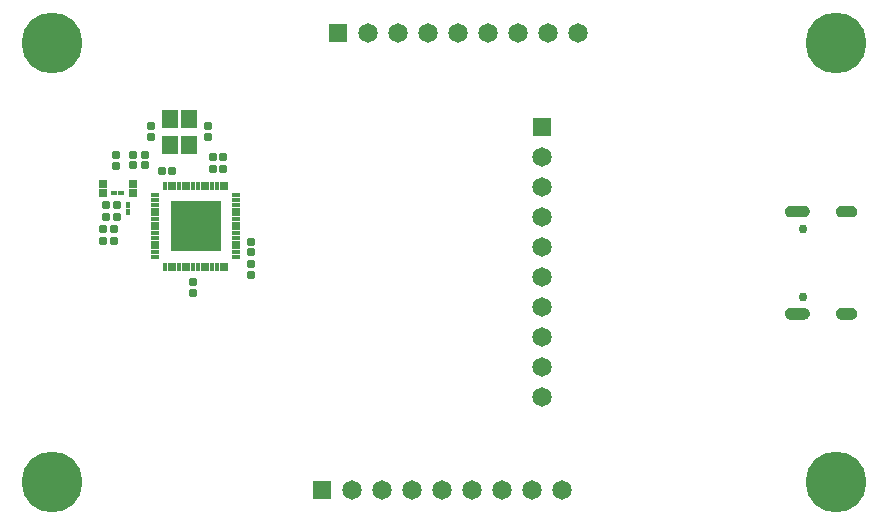
<source format=gts>
G04*
G04 #@! TF.GenerationSoftware,Altium Limited,Altium Designer,23.1.1 (15)*
G04*
G04 Layer_Color=8388736*
%FSLAX25Y25*%
%MOIN*%
G70*
G04*
G04 #@! TF.SameCoordinates,379D8D2B-01B5-4923-9211-1CC0BA53C839*
G04*
G04*
G04 #@! TF.FilePolarity,Negative*
G04*
G01*
G75*
%ADD24R,0.05315X0.06102*%
G04:AMPARAMS|DCode=25|XSize=27.56mil|YSize=25.59mil|CornerRadius=5.41mil|HoleSize=0mil|Usage=FLASHONLY|Rotation=270.000|XOffset=0mil|YOffset=0mil|HoleType=Round|Shape=RoundedRectangle|*
%AMROUNDEDRECTD25*
21,1,0.02756,0.01476,0,0,270.0*
21,1,0.01673,0.02559,0,0,270.0*
1,1,0.01083,-0.00738,-0.00837*
1,1,0.01083,-0.00738,0.00837*
1,1,0.01083,0.00738,0.00837*
1,1,0.01083,0.00738,-0.00837*
%
%ADD25ROUNDEDRECTD25*%
G04:AMPARAMS|DCode=26|XSize=27.56mil|YSize=25.59mil|CornerRadius=5.41mil|HoleSize=0mil|Usage=FLASHONLY|Rotation=0.000|XOffset=0mil|YOffset=0mil|HoleType=Round|Shape=RoundedRectangle|*
%AMROUNDEDRECTD26*
21,1,0.02756,0.01476,0,0,0.0*
21,1,0.01673,0.02559,0,0,0.0*
1,1,0.01083,0.00837,-0.00738*
1,1,0.01083,-0.00837,-0.00738*
1,1,0.01083,-0.00837,0.00738*
1,1,0.01083,0.00837,0.00738*
%
%ADD26ROUNDEDRECTD26*%
%ADD27R,0.01260X0.02953*%
%ADD28R,0.02953X0.01260*%
%ADD29R,0.16732X0.16732*%
%ADD30R,0.02717X0.02874*%
%ADD31R,0.01968X0.01575*%
%ADD32R,0.01575X0.01968*%
%ADD33C,0.02953*%
%ADD34R,0.06496X0.06496*%
%ADD35C,0.06496*%
%ADD36R,0.06496X0.06496*%
%ADD37C,0.20276*%
G36*
X527953Y262724D02*
X527961Y262622D01*
X527972Y262520D01*
X527992Y262417D01*
X528016Y262319D01*
X528043Y262216D01*
X528079Y262122D01*
X528118Y262028D01*
X528161Y261933D01*
X528213Y261842D01*
X528268Y261756D01*
X528323Y261669D01*
X528386Y261587D01*
X528453Y261508D01*
X528524Y261433D01*
X528598Y261362D01*
X528677Y261295D01*
X528760Y261232D01*
X528847Y261177D01*
X528933Y261122D01*
X529024Y261071D01*
X529118Y261028D01*
X529213Y260988D01*
X529307Y260953D01*
X529410Y260925D01*
X529508Y260902D01*
X529610Y260882D01*
X529713Y260870D01*
X529815Y260862D01*
X529917Y260858D01*
X534248D01*
X534350Y260862D01*
X534453Y260870D01*
X534555Y260882D01*
X534657Y260902D01*
X534756Y260925D01*
X534858Y260953D01*
X534953Y260988D01*
X535047Y261028D01*
X535142Y261071D01*
X535232Y261122D01*
X535319Y261177D01*
X535405Y261232D01*
X535488Y261295D01*
X535567Y261362D01*
X535642Y261433D01*
X535713Y261508D01*
X535779Y261587D01*
X535843Y261669D01*
X535898Y261756D01*
X535953Y261842D01*
X536004Y261933D01*
X536047Y262028D01*
X536087Y262122D01*
X536122Y262216D01*
X536150Y262319D01*
X536173Y262417D01*
X536193Y262520D01*
X536205Y262622D01*
X536213Y262724D01*
X536216Y262827D01*
X536213Y262945D01*
X536201Y263051D01*
X536185Y263154D01*
X536165Y263256D01*
X536138Y263354D01*
X536110Y263453D01*
X536071Y263551D01*
X536031Y263646D01*
X535984Y263740D01*
X535933Y263831D01*
X535878Y263917D01*
X535815Y264004D01*
X535752Y264087D01*
X535681Y264161D01*
X535610Y264236D01*
X535532Y264307D01*
X535453Y264374D01*
X535370Y264437D01*
X535284Y264492D01*
X535193Y264547D01*
X535098Y264595D01*
X535004Y264638D01*
X534909Y264677D01*
X534811Y264709D01*
X534709Y264736D01*
X534606Y264760D01*
X534504Y264776D01*
X534402Y264787D01*
X534299Y264795D01*
X534209D01*
X529878D01*
X529760Y264791D01*
X529661Y264779D01*
X529559Y264768D01*
X529461Y264744D01*
X529362Y264721D01*
X529264Y264689D01*
X529169Y264653D01*
X529075Y264614D01*
X528984Y264567D01*
X528894Y264516D01*
X528807Y264461D01*
X528724Y264402D01*
X528646Y264339D01*
X528567Y264272D01*
X528496Y264201D01*
X528425Y264126D01*
X528362Y264047D01*
X528299Y263965D01*
X528244Y263878D01*
X528193Y263791D01*
X528146Y263701D01*
X528102Y263606D01*
X528067Y263512D01*
X528035Y263417D01*
X528008Y263319D01*
X527984Y263216D01*
X527969Y263118D01*
X527957Y263016D01*
X527949Y262913D01*
Y262827D01*
X527953Y262724D01*
D02*
G37*
G36*
X544961D02*
X544969Y262622D01*
X544980Y262520D01*
X545000Y262417D01*
X545024Y262319D01*
X545051Y262216D01*
X545087Y262122D01*
X545126Y262028D01*
X545169Y261933D01*
X545221Y261842D01*
X545276Y261756D01*
X545331Y261669D01*
X545394Y261587D01*
X545461Y261508D01*
X545532Y261433D01*
X545606Y261362D01*
X545685Y261295D01*
X545768Y261232D01*
X545854Y261177D01*
X545941Y261122D01*
X546032Y261071D01*
X546126Y261028D01*
X546220Y260988D01*
X546315Y260953D01*
X546417Y260925D01*
X546516Y260902D01*
X546618Y260882D01*
X546721Y260870D01*
X546823Y260862D01*
X546925Y260858D01*
X550075D01*
X550177Y260862D01*
X550280Y260870D01*
X550382Y260882D01*
X550484Y260902D01*
X550583Y260925D01*
X550685Y260953D01*
X550779Y260988D01*
X550874Y261028D01*
X550969Y261071D01*
X551059Y261122D01*
X551146Y261177D01*
X551232Y261232D01*
X551315Y261295D01*
X551394Y261362D01*
X551469Y261433D01*
X551539Y261508D01*
X551606Y261587D01*
X551669Y261669D01*
X551724Y261756D01*
X551780Y261842D01*
X551831Y261933D01*
X551874Y262028D01*
X551913Y262122D01*
X551949Y262216D01*
X551976Y262319D01*
X552000Y262417D01*
X552020Y262520D01*
X552032Y262622D01*
X552039Y262724D01*
X552043Y262827D01*
X552039Y262929D01*
X552032Y263032D01*
X552020Y263134D01*
X552000Y263236D01*
X551976Y263335D01*
X551949Y263437D01*
X551913Y263531D01*
X551874Y263626D01*
X551831Y263720D01*
X551780Y263811D01*
X551724Y263898D01*
X551669Y263984D01*
X551606Y264067D01*
X551539Y264146D01*
X551469Y264220D01*
X551394Y264291D01*
X551315Y264358D01*
X551232Y264421D01*
X551146Y264476D01*
X551059Y264531D01*
X550969Y264583D01*
X550874Y264626D01*
X550779Y264665D01*
X550685Y264701D01*
X550583Y264728D01*
X550484Y264752D01*
X550382Y264772D01*
X550280Y264784D01*
X550177Y264791D01*
X550075Y264795D01*
X546925D01*
X546823Y264791D01*
X546721Y264784D01*
X546618Y264772D01*
X546516Y264752D01*
X546417Y264728D01*
X546315Y264701D01*
X546220Y264665D01*
X546126Y264626D01*
X546032Y264583D01*
X545941Y264531D01*
X545854Y264476D01*
X545768Y264421D01*
X545685Y264358D01*
X545606Y264291D01*
X545532Y264220D01*
X545461Y264146D01*
X545394Y264067D01*
X545331Y263984D01*
X545276Y263898D01*
X545221Y263811D01*
X545169Y263720D01*
X545126Y263626D01*
X545087Y263531D01*
X545051Y263437D01*
X545024Y263335D01*
X545000Y263236D01*
X544980Y263134D01*
X544969Y263032D01*
X544961Y262929D01*
X544957Y262827D01*
X544961Y262724D01*
D02*
G37*
G36*
X527953Y296779D02*
X527961Y296677D01*
X527972Y296575D01*
X527992Y296472D01*
X528016Y296374D01*
X528043Y296272D01*
X528079Y296177D01*
X528118Y296083D01*
X528161Y295988D01*
X528213Y295898D01*
X528268Y295811D01*
X528323Y295724D01*
X528386Y295642D01*
X528453Y295563D01*
X528524Y295488D01*
X528598Y295417D01*
X528677Y295350D01*
X528760Y295287D01*
X528847Y295232D01*
X528933Y295177D01*
X529024Y295126D01*
X529118Y295083D01*
X529213Y295043D01*
X529307Y295008D01*
X529410Y294980D01*
X529508Y294957D01*
X529610Y294937D01*
X529713Y294925D01*
X529815Y294917D01*
X529917Y294913D01*
X534248D01*
X534350Y294917D01*
X534453Y294925D01*
X534555Y294937D01*
X534657Y294957D01*
X534756Y294980D01*
X534858Y295008D01*
X534953Y295043D01*
X535047Y295083D01*
X535142Y295126D01*
X535232Y295177D01*
X535319Y295232D01*
X535405Y295287D01*
X535488Y295350D01*
X535567Y295417D01*
X535642Y295488D01*
X535713Y295563D01*
X535779Y295642D01*
X535843Y295724D01*
X535898Y295811D01*
X535953Y295898D01*
X536004Y295988D01*
X536047Y296083D01*
X536087Y296177D01*
X536122Y296272D01*
X536150Y296374D01*
X536173Y296472D01*
X536193Y296575D01*
X536205Y296677D01*
X536213Y296779D01*
X536216Y296882D01*
X536213Y296984D01*
X536205Y297087D01*
X536193Y297189D01*
X536173Y297291D01*
X536150Y297390D01*
X536122Y297492D01*
X536087Y297587D01*
X536047Y297681D01*
X536004Y297776D01*
X535953Y297866D01*
X535898Y297953D01*
X535843Y298039D01*
X535779Y298122D01*
X535713Y298201D01*
X535642Y298276D01*
X535567Y298346D01*
X535488Y298413D01*
X535405Y298476D01*
X535319Y298532D01*
X535232Y298587D01*
X535142Y298638D01*
X535047Y298681D01*
X534953Y298721D01*
X534858Y298756D01*
X534756Y298783D01*
X534657Y298807D01*
X534555Y298827D01*
X534453Y298839D01*
X534350Y298847D01*
X534248Y298850D01*
X529917D01*
X529815Y298847D01*
X529713Y298839D01*
X529610Y298827D01*
X529508Y298807D01*
X529410Y298783D01*
X529307Y298756D01*
X529213Y298721D01*
X529118Y298681D01*
X529024Y298638D01*
X528933Y298587D01*
X528847Y298532D01*
X528760Y298476D01*
X528677Y298413D01*
X528598Y298346D01*
X528524Y298276D01*
X528453Y298201D01*
X528386Y298122D01*
X528323Y298039D01*
X528268Y297953D01*
X528213Y297866D01*
X528161Y297776D01*
X528118Y297681D01*
X528079Y297587D01*
X528043Y297492D01*
X528016Y297390D01*
X527992Y297291D01*
X527972Y297189D01*
X527961Y297087D01*
X527953Y296984D01*
X527949Y296882D01*
X527953Y296779D01*
D02*
G37*
G36*
X544961D02*
X544969Y296677D01*
X544980Y296575D01*
X545000Y296472D01*
X545024Y296374D01*
X545051Y296272D01*
X545087Y296177D01*
X545126Y296083D01*
X545169Y295988D01*
X545221Y295898D01*
X545276Y295811D01*
X545331Y295724D01*
X545394Y295642D01*
X545461Y295563D01*
X545532Y295488D01*
X545606Y295417D01*
X545685Y295350D01*
X545768Y295287D01*
X545854Y295232D01*
X545941Y295177D01*
X546032Y295126D01*
X546126Y295083D01*
X546220Y295043D01*
X546315Y295008D01*
X546417Y294980D01*
X546516Y294957D01*
X546618Y294937D01*
X546721Y294925D01*
X546823Y294917D01*
X546925Y294913D01*
X550075D01*
X550177Y294917D01*
X550280Y294925D01*
X550382Y294937D01*
X550484Y294957D01*
X550583Y294980D01*
X550685Y295008D01*
X550779Y295043D01*
X550874Y295083D01*
X550969Y295126D01*
X551059Y295177D01*
X551146Y295232D01*
X551232Y295287D01*
X551315Y295350D01*
X551394Y295417D01*
X551469Y295488D01*
X551539Y295563D01*
X551606Y295642D01*
X551669Y295724D01*
X551724Y295811D01*
X551780Y295898D01*
X551831Y295988D01*
X551874Y296083D01*
X551913Y296177D01*
X551949Y296272D01*
X551976Y296374D01*
X552000Y296472D01*
X552020Y296575D01*
X552032Y296677D01*
X552039Y296779D01*
X552043Y296882D01*
X552039Y296984D01*
X552032Y297087D01*
X552020Y297189D01*
X552000Y297291D01*
X551976Y297390D01*
X551949Y297492D01*
X551913Y297587D01*
X551874Y297681D01*
X551831Y297776D01*
X551780Y297866D01*
X551724Y297953D01*
X551669Y298039D01*
X551606Y298122D01*
X551539Y298201D01*
X551469Y298276D01*
X551394Y298346D01*
X551315Y298413D01*
X551232Y298476D01*
X551146Y298532D01*
X551059Y298587D01*
X550969Y298638D01*
X550874Y298681D01*
X550779Y298721D01*
X550685Y298756D01*
X550583Y298783D01*
X550484Y298807D01*
X550382Y298827D01*
X550280Y298839D01*
X550177Y298847D01*
X550075Y298850D01*
X546925D01*
X546823Y298847D01*
X546721Y298839D01*
X546618Y298827D01*
X546516Y298807D01*
X546417Y298783D01*
X546315Y298756D01*
X546220Y298721D01*
X546126Y298681D01*
X546032Y298638D01*
X545941Y298587D01*
X545854Y298532D01*
X545768Y298476D01*
X545685Y298413D01*
X545606Y298346D01*
X545532Y298276D01*
X545461Y298201D01*
X545394Y298122D01*
X545331Y298039D01*
X545276Y297953D01*
X545221Y297866D01*
X545169Y297776D01*
X545126Y297681D01*
X545087Y297587D01*
X545051Y297492D01*
X545024Y297390D01*
X545000Y297291D01*
X544980Y297189D01*
X544969Y297087D01*
X544961Y296984D01*
X544957Y296882D01*
X544961Y296779D01*
D02*
G37*
D24*
X322850Y327831D02*
D03*
X329150D02*
D03*
X322850Y319169D02*
D03*
X329150D02*
D03*
D25*
X305272Y295094D02*
D03*
X301728D02*
D03*
X300728Y287000D02*
D03*
X304272D02*
D03*
X340772Y315000D02*
D03*
X337228D02*
D03*
X304272Y291000D02*
D03*
X300728D02*
D03*
X301728Y299095D02*
D03*
X305272D02*
D03*
X340772Y311000D02*
D03*
X337228D02*
D03*
X323772Y310500D02*
D03*
X320228D02*
D03*
D26*
X350000Y279366D02*
D03*
Y275823D02*
D03*
X330500Y273272D02*
D03*
Y269728D02*
D03*
X350000Y283323D02*
D03*
Y286866D02*
D03*
X314500Y312323D02*
D03*
Y315866D02*
D03*
X310500Y312323D02*
D03*
Y315866D02*
D03*
X316500Y321728D02*
D03*
Y325272D02*
D03*
X305000Y312228D02*
D03*
Y315772D02*
D03*
X335500Y325272D02*
D03*
Y321728D02*
D03*
D27*
X321264Y278563D02*
D03*
X322839D02*
D03*
X324413D02*
D03*
X325988D02*
D03*
X327563D02*
D03*
X329138D02*
D03*
X330713D02*
D03*
X332287D02*
D03*
X333862D02*
D03*
X335437D02*
D03*
X337012D02*
D03*
X338587D02*
D03*
X340161D02*
D03*
X341736D02*
D03*
Y305532D02*
D03*
X340161D02*
D03*
X338587D02*
D03*
X337012D02*
D03*
X335437D02*
D03*
X333862D02*
D03*
X332287D02*
D03*
X330713D02*
D03*
X329138D02*
D03*
X327563D02*
D03*
X325988D02*
D03*
X324413D02*
D03*
X322839D02*
D03*
X321264D02*
D03*
D28*
X318016Y302284D02*
D03*
Y300709D02*
D03*
Y299134D02*
D03*
Y297559D02*
D03*
Y295984D02*
D03*
Y294409D02*
D03*
Y292835D02*
D03*
Y291260D02*
D03*
Y289685D02*
D03*
Y288110D02*
D03*
Y286535D02*
D03*
Y284961D02*
D03*
Y283386D02*
D03*
Y281811D02*
D03*
X344984D02*
D03*
Y283386D02*
D03*
Y284961D02*
D03*
Y286535D02*
D03*
Y288110D02*
D03*
Y289685D02*
D03*
Y291260D02*
D03*
Y292835D02*
D03*
Y294409D02*
D03*
Y295984D02*
D03*
Y297559D02*
D03*
Y299134D02*
D03*
Y300709D02*
D03*
Y302284D02*
D03*
D29*
X331500Y292047D02*
D03*
D30*
X300500Y303059D02*
D03*
Y306130D02*
D03*
X310500Y303059D02*
D03*
Y306130D02*
D03*
D31*
X304279Y303095D02*
D03*
X306720D02*
D03*
D32*
X309000Y296779D02*
D03*
Y299220D02*
D03*
D33*
X534012Y268476D02*
D03*
Y291232D02*
D03*
D34*
X447000Y325000D02*
D03*
D35*
Y315000D02*
D03*
Y295000D02*
D03*
Y285000D02*
D03*
Y275000D02*
D03*
Y265000D02*
D03*
Y255000D02*
D03*
Y245000D02*
D03*
Y235000D02*
D03*
Y305000D02*
D03*
X389000Y356500D02*
D03*
X459000D02*
D03*
X449000D02*
D03*
X439000D02*
D03*
X429000D02*
D03*
X419000D02*
D03*
X409000D02*
D03*
X399000D02*
D03*
X383500Y204000D02*
D03*
X453500D02*
D03*
X443500D02*
D03*
X433500D02*
D03*
X423500D02*
D03*
X413500D02*
D03*
X403500D02*
D03*
X393500D02*
D03*
D36*
X379000Y356500D02*
D03*
X373500Y204000D02*
D03*
D37*
X545000Y353000D02*
D03*
X283500Y206709D02*
D03*
X545000D02*
D03*
X283500Y353000D02*
D03*
M02*

</source>
